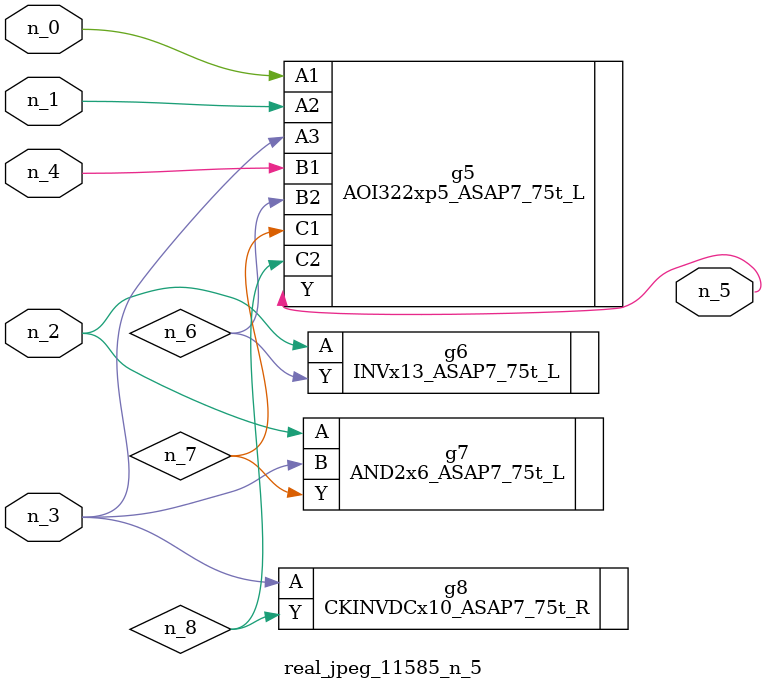
<source format=v>
module real_jpeg_11585_n_5 (n_4, n_0, n_1, n_2, n_3, n_5);

input n_4;
input n_0;
input n_1;
input n_2;
input n_3;

output n_5;

wire n_8;
wire n_6;
wire n_7;

AOI322xp5_ASAP7_75t_L g5 ( 
.A1(n_0),
.A2(n_1),
.A3(n_3),
.B1(n_4),
.B2(n_6),
.C1(n_7),
.C2(n_8),
.Y(n_5)
);

INVx13_ASAP7_75t_L g6 ( 
.A(n_2),
.Y(n_6)
);

AND2x6_ASAP7_75t_L g7 ( 
.A(n_2),
.B(n_3),
.Y(n_7)
);

CKINVDCx10_ASAP7_75t_R g8 ( 
.A(n_3),
.Y(n_8)
);


endmodule
</source>
